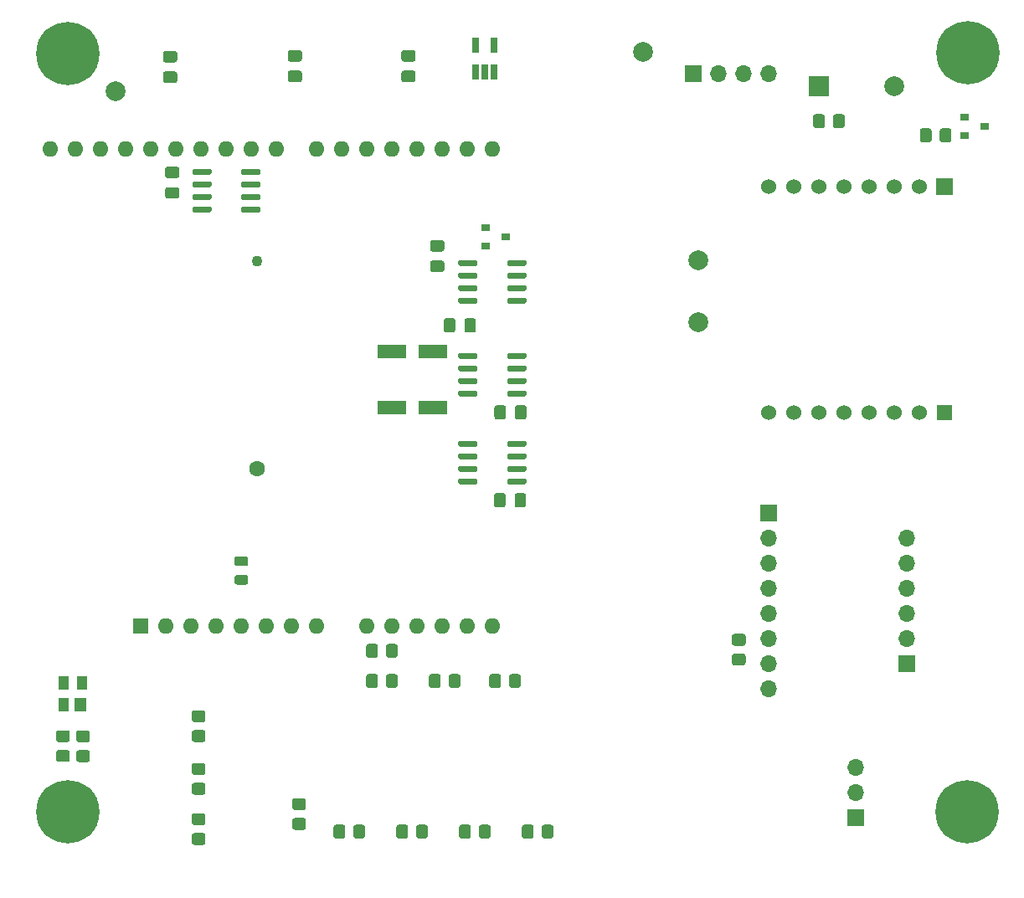
<source format=gbr>
%TF.GenerationSoftware,KiCad,Pcbnew,5.1.12-1.fc34*%
%TF.CreationDate,2022-01-19T22:29:51+01:00*%
%TF.ProjectId,frdm05-devboard,6672646d-3035-42d6-9465-76626f617264,2*%
%TF.SameCoordinates,Original*%
%TF.FileFunction,Soldermask,Bot*%
%TF.FilePolarity,Negative*%
%FSLAX46Y46*%
G04 Gerber Fmt 4.6, Leading zero omitted, Abs format (unit mm)*
G04 Created by KiCad (PCBNEW 5.1.12-1.fc34) date 2022-01-19 22:29:51*
%MOMM*%
%LPD*%
G01*
G04 APERTURE LIST*
%ADD10O,1.600000X1.600000*%
%ADD11R,1.600000X1.600000*%
%ADD12R,1.524000X1.524000*%
%ADD13C,1.524000*%
%ADD14R,1.676400X1.676400*%
%ADD15O,1.700000X1.700000*%
%ADD16R,1.700000X1.700000*%
%ADD17R,2.850000X1.430000*%
%ADD18R,0.650000X1.560000*%
%ADD19C,2.000000*%
%ADD20C,0.800000*%
%ADD21C,6.400000*%
%ADD22R,0.900000X0.800000*%
%ADD23R,1.000000X1.400000*%
%ADD24R,1.200000X1.400000*%
%ADD25C,1.100000*%
%ADD26C,1.600000*%
%ADD27R,2.000000X2.000000*%
G04 APERTURE END LIST*
D10*
%TO.C,A1*%
X148590000Y-73660000D03*
X151130000Y-73660000D03*
X111510000Y-73660000D03*
X151130000Y-121920000D03*
X114050000Y-73660000D03*
X148590000Y-121920000D03*
X116590000Y-73660000D03*
X146050000Y-121920000D03*
X119130000Y-73660000D03*
X143510000Y-121920000D03*
X121670000Y-73660000D03*
X140970000Y-121920000D03*
X124210000Y-73660000D03*
X138430000Y-121920000D03*
X126750000Y-73660000D03*
X133350000Y-121920000D03*
X129290000Y-73660000D03*
X130810000Y-121920000D03*
X133350000Y-73660000D03*
X128270000Y-121920000D03*
X135890000Y-73660000D03*
X125730000Y-121920000D03*
X138430000Y-73660000D03*
X123190000Y-121920000D03*
X140970000Y-73660000D03*
X120650000Y-121920000D03*
X143510000Y-73660000D03*
X118110000Y-121920000D03*
X146050000Y-73660000D03*
D11*
X115570000Y-121920000D03*
D10*
X108970000Y-73660000D03*
X106430000Y-73660000D03*
%TD*%
%TO.C,R19*%
G36*
G01*
X184750000Y-70415999D02*
X184750000Y-71316001D01*
G75*
G02*
X184500001Y-71566000I-249999J0D01*
G01*
X183799999Y-71566000D01*
G75*
G02*
X183550000Y-71316001I0J249999D01*
G01*
X183550000Y-70415999D01*
G75*
G02*
X183799999Y-70166000I249999J0D01*
G01*
X184500001Y-70166000D01*
G75*
G02*
X184750000Y-70415999I0J-249999D01*
G01*
G37*
G36*
G01*
X186750000Y-70415999D02*
X186750000Y-71316001D01*
G75*
G02*
X186500001Y-71566000I-249999J0D01*
G01*
X185799999Y-71566000D01*
G75*
G02*
X185550000Y-71316001I0J249999D01*
G01*
X185550000Y-70415999D01*
G75*
G02*
X185799999Y-70166000I249999J0D01*
G01*
X186500001Y-70166000D01*
G75*
G02*
X186750000Y-70415999I0J-249999D01*
G01*
G37*
%TD*%
%TO.C,F2*%
G36*
G01*
X125273750Y-116782000D02*
X126186250Y-116782000D01*
G75*
G02*
X126430000Y-117025750I0J-243750D01*
G01*
X126430000Y-117513250D01*
G75*
G02*
X126186250Y-117757000I-243750J0D01*
G01*
X125273750Y-117757000D01*
G75*
G02*
X125030000Y-117513250I0J243750D01*
G01*
X125030000Y-117025750D01*
G75*
G02*
X125273750Y-116782000I243750J0D01*
G01*
G37*
G36*
G01*
X125273750Y-114907000D02*
X126186250Y-114907000D01*
G75*
G02*
X126430000Y-115150750I0J-243750D01*
G01*
X126430000Y-115638250D01*
G75*
G02*
X126186250Y-115882000I-243750J0D01*
G01*
X125273750Y-115882000D01*
G75*
G02*
X125030000Y-115638250I0J243750D01*
G01*
X125030000Y-115150750D01*
G75*
G02*
X125273750Y-114907000I243750J0D01*
G01*
G37*
%TD*%
%TO.C,C11*%
G36*
G01*
X153400000Y-100805000D02*
X153400000Y-99855000D01*
G75*
G02*
X153650000Y-99605000I250000J0D01*
G01*
X154325000Y-99605000D01*
G75*
G02*
X154575000Y-99855000I0J-250000D01*
G01*
X154575000Y-100805000D01*
G75*
G02*
X154325000Y-101055000I-250000J0D01*
G01*
X153650000Y-101055000D01*
G75*
G02*
X153400000Y-100805000I0J250000D01*
G01*
G37*
G36*
G01*
X151325000Y-100805000D02*
X151325000Y-99855000D01*
G75*
G02*
X151575000Y-99605000I250000J0D01*
G01*
X152250000Y-99605000D01*
G75*
G02*
X152500000Y-99855000I0J-250000D01*
G01*
X152500000Y-100805000D01*
G75*
G02*
X152250000Y-101055000I-250000J0D01*
G01*
X151575000Y-101055000D01*
G75*
G02*
X151325000Y-100805000I0J250000D01*
G01*
G37*
%TD*%
%TO.C,C10*%
G36*
G01*
X153358000Y-109695000D02*
X153358000Y-108745000D01*
G75*
G02*
X153608000Y-108495000I250000J0D01*
G01*
X154283000Y-108495000D01*
G75*
G02*
X154533000Y-108745000I0J-250000D01*
G01*
X154533000Y-109695000D01*
G75*
G02*
X154283000Y-109945000I-250000J0D01*
G01*
X153608000Y-109945000D01*
G75*
G02*
X153358000Y-109695000I0J250000D01*
G01*
G37*
G36*
G01*
X151283000Y-109695000D02*
X151283000Y-108745000D01*
G75*
G02*
X151533000Y-108495000I250000J0D01*
G01*
X152208000Y-108495000D01*
G75*
G02*
X152458000Y-108745000I0J-250000D01*
G01*
X152458000Y-109695000D01*
G75*
G02*
X152208000Y-109945000I-250000J0D01*
G01*
X151533000Y-109945000D01*
G75*
G02*
X151283000Y-109695000I0J250000D01*
G01*
G37*
%TD*%
%TO.C,C8*%
G36*
G01*
X118270000Y-77539000D02*
X119220000Y-77539000D01*
G75*
G02*
X119470000Y-77789000I0J-250000D01*
G01*
X119470000Y-78464000D01*
G75*
G02*
X119220000Y-78714000I-250000J0D01*
G01*
X118270000Y-78714000D01*
G75*
G02*
X118020000Y-78464000I0J250000D01*
G01*
X118020000Y-77789000D01*
G75*
G02*
X118270000Y-77539000I250000J0D01*
G01*
G37*
G36*
G01*
X118270000Y-75464000D02*
X119220000Y-75464000D01*
G75*
G02*
X119470000Y-75714000I0J-250000D01*
G01*
X119470000Y-76389000D01*
G75*
G02*
X119220000Y-76639000I-250000J0D01*
G01*
X118270000Y-76639000D01*
G75*
G02*
X118020000Y-76389000I0J250000D01*
G01*
X118020000Y-75714000D01*
G75*
G02*
X118270000Y-75464000I250000J0D01*
G01*
G37*
%TD*%
D12*
%TO.C,CON1*%
X196850000Y-100330000D03*
D13*
X194310000Y-100330000D03*
X191770000Y-100330000D03*
X189230000Y-100330000D03*
X186690000Y-100330000D03*
X184150000Y-100330000D03*
X181610000Y-100330000D03*
X179070000Y-100330000D03*
X179070000Y-77470000D03*
X181610000Y-77470000D03*
X184150000Y-77470000D03*
X186690000Y-77470000D03*
X189230000Y-77470000D03*
X191770000Y-77470000D03*
X194310000Y-77470000D03*
D14*
X196850000Y-77470000D03*
%TD*%
D15*
%TO.C,J5*%
X179070000Y-66040000D03*
X176530000Y-66040000D03*
X173990000Y-66040000D03*
D16*
X171450000Y-66040000D03*
%TD*%
D17*
%TO.C,Y1*%
X140927000Y-94213000D03*
X140927000Y-99843000D03*
X145077000Y-99843000D03*
X145077000Y-94213000D03*
%TD*%
%TO.C,U5*%
G36*
G01*
X152630000Y-98575000D02*
X152630000Y-98275000D01*
G75*
G02*
X152780000Y-98125000I150000J0D01*
G01*
X154430000Y-98125000D01*
G75*
G02*
X154580000Y-98275000I0J-150000D01*
G01*
X154580000Y-98575000D01*
G75*
G02*
X154430000Y-98725000I-150000J0D01*
G01*
X152780000Y-98725000D01*
G75*
G02*
X152630000Y-98575000I0J150000D01*
G01*
G37*
G36*
G01*
X152630000Y-97305000D02*
X152630000Y-97005000D01*
G75*
G02*
X152780000Y-96855000I150000J0D01*
G01*
X154430000Y-96855000D01*
G75*
G02*
X154580000Y-97005000I0J-150000D01*
G01*
X154580000Y-97305000D01*
G75*
G02*
X154430000Y-97455000I-150000J0D01*
G01*
X152780000Y-97455000D01*
G75*
G02*
X152630000Y-97305000I0J150000D01*
G01*
G37*
G36*
G01*
X152630000Y-96035000D02*
X152630000Y-95735000D01*
G75*
G02*
X152780000Y-95585000I150000J0D01*
G01*
X154430000Y-95585000D01*
G75*
G02*
X154580000Y-95735000I0J-150000D01*
G01*
X154580000Y-96035000D01*
G75*
G02*
X154430000Y-96185000I-150000J0D01*
G01*
X152780000Y-96185000D01*
G75*
G02*
X152630000Y-96035000I0J150000D01*
G01*
G37*
G36*
G01*
X152630000Y-94765000D02*
X152630000Y-94465000D01*
G75*
G02*
X152780000Y-94315000I150000J0D01*
G01*
X154430000Y-94315000D01*
G75*
G02*
X154580000Y-94465000I0J-150000D01*
G01*
X154580000Y-94765000D01*
G75*
G02*
X154430000Y-94915000I-150000J0D01*
G01*
X152780000Y-94915000D01*
G75*
G02*
X152630000Y-94765000I0J150000D01*
G01*
G37*
G36*
G01*
X147680000Y-94765000D02*
X147680000Y-94465000D01*
G75*
G02*
X147830000Y-94315000I150000J0D01*
G01*
X149480000Y-94315000D01*
G75*
G02*
X149630000Y-94465000I0J-150000D01*
G01*
X149630000Y-94765000D01*
G75*
G02*
X149480000Y-94915000I-150000J0D01*
G01*
X147830000Y-94915000D01*
G75*
G02*
X147680000Y-94765000I0J150000D01*
G01*
G37*
G36*
G01*
X147680000Y-96035000D02*
X147680000Y-95735000D01*
G75*
G02*
X147830000Y-95585000I150000J0D01*
G01*
X149480000Y-95585000D01*
G75*
G02*
X149630000Y-95735000I0J-150000D01*
G01*
X149630000Y-96035000D01*
G75*
G02*
X149480000Y-96185000I-150000J0D01*
G01*
X147830000Y-96185000D01*
G75*
G02*
X147680000Y-96035000I0J150000D01*
G01*
G37*
G36*
G01*
X147680000Y-97305000D02*
X147680000Y-97005000D01*
G75*
G02*
X147830000Y-96855000I150000J0D01*
G01*
X149480000Y-96855000D01*
G75*
G02*
X149630000Y-97005000I0J-150000D01*
G01*
X149630000Y-97305000D01*
G75*
G02*
X149480000Y-97455000I-150000J0D01*
G01*
X147830000Y-97455000D01*
G75*
G02*
X147680000Y-97305000I0J150000D01*
G01*
G37*
G36*
G01*
X147680000Y-98575000D02*
X147680000Y-98275000D01*
G75*
G02*
X147830000Y-98125000I150000J0D01*
G01*
X149480000Y-98125000D01*
G75*
G02*
X149630000Y-98275000I0J-150000D01*
G01*
X149630000Y-98575000D01*
G75*
G02*
X149480000Y-98725000I-150000J0D01*
G01*
X147830000Y-98725000D01*
G75*
G02*
X147680000Y-98575000I0J150000D01*
G01*
G37*
%TD*%
D18*
%TO.C,U6*%
X151318000Y-63166000D03*
X149418000Y-63166000D03*
X149418000Y-65866000D03*
X150368000Y-65866000D03*
X151318000Y-65866000D03*
%TD*%
D19*
%TO.C,TP5*%
X171932600Y-84975700D03*
%TD*%
%TO.C,TP4*%
X171932600Y-91198700D03*
%TD*%
%TO.C,TP3*%
X166395400Y-63881000D03*
%TD*%
%TO.C,TP2*%
X113030000Y-67818000D03*
%TD*%
D15*
%TO.C,J3*%
X192989200Y-113030000D03*
X192989200Y-115570000D03*
X192989200Y-118110000D03*
X192989200Y-120650000D03*
X192989200Y-123190000D03*
D16*
X192989200Y-125730000D03*
%TD*%
D20*
%TO.C,H4*%
X109926456Y-139018944D03*
X108229400Y-138316000D03*
X106532344Y-139018944D03*
X105829400Y-140716000D03*
X106532344Y-142413056D03*
X108229400Y-143116000D03*
X109926456Y-142413056D03*
X110629400Y-140716000D03*
D21*
X108229400Y-140716000D03*
%TD*%
D20*
%TO.C,H3*%
X200833356Y-139018944D03*
X199136300Y-138316000D03*
X197439244Y-139018944D03*
X196736300Y-140716000D03*
X197439244Y-142413056D03*
X199136300Y-143116000D03*
X200833356Y-142413056D03*
X201536300Y-140716000D03*
D21*
X199136300Y-140716000D03*
%TD*%
D20*
%TO.C,H2*%
X109901056Y-62310944D03*
X108204000Y-61608000D03*
X106506944Y-62310944D03*
X105804000Y-64008000D03*
X106506944Y-65705056D03*
X108204000Y-66408000D03*
X109901056Y-65705056D03*
X110604000Y-64008000D03*
D21*
X108204000Y-64008000D03*
%TD*%
D20*
%TO.C,H1*%
X200909256Y-62260144D03*
X199212200Y-61557200D03*
X197515144Y-62260144D03*
X196812200Y-63957200D03*
X197515144Y-65654256D03*
X199212200Y-66357200D03*
X200909256Y-65654256D03*
X201612200Y-63957200D03*
D21*
X199212200Y-63957200D03*
%TD*%
%TO.C,U4*%
G36*
G01*
X152630000Y-107465000D02*
X152630000Y-107165000D01*
G75*
G02*
X152780000Y-107015000I150000J0D01*
G01*
X154430000Y-107015000D01*
G75*
G02*
X154580000Y-107165000I0J-150000D01*
G01*
X154580000Y-107465000D01*
G75*
G02*
X154430000Y-107615000I-150000J0D01*
G01*
X152780000Y-107615000D01*
G75*
G02*
X152630000Y-107465000I0J150000D01*
G01*
G37*
G36*
G01*
X152630000Y-106195000D02*
X152630000Y-105895000D01*
G75*
G02*
X152780000Y-105745000I150000J0D01*
G01*
X154430000Y-105745000D01*
G75*
G02*
X154580000Y-105895000I0J-150000D01*
G01*
X154580000Y-106195000D01*
G75*
G02*
X154430000Y-106345000I-150000J0D01*
G01*
X152780000Y-106345000D01*
G75*
G02*
X152630000Y-106195000I0J150000D01*
G01*
G37*
G36*
G01*
X152630000Y-104925000D02*
X152630000Y-104625000D01*
G75*
G02*
X152780000Y-104475000I150000J0D01*
G01*
X154430000Y-104475000D01*
G75*
G02*
X154580000Y-104625000I0J-150000D01*
G01*
X154580000Y-104925000D01*
G75*
G02*
X154430000Y-105075000I-150000J0D01*
G01*
X152780000Y-105075000D01*
G75*
G02*
X152630000Y-104925000I0J150000D01*
G01*
G37*
G36*
G01*
X152630000Y-103655000D02*
X152630000Y-103355000D01*
G75*
G02*
X152780000Y-103205000I150000J0D01*
G01*
X154430000Y-103205000D01*
G75*
G02*
X154580000Y-103355000I0J-150000D01*
G01*
X154580000Y-103655000D01*
G75*
G02*
X154430000Y-103805000I-150000J0D01*
G01*
X152780000Y-103805000D01*
G75*
G02*
X152630000Y-103655000I0J150000D01*
G01*
G37*
G36*
G01*
X147680000Y-103655000D02*
X147680000Y-103355000D01*
G75*
G02*
X147830000Y-103205000I150000J0D01*
G01*
X149480000Y-103205000D01*
G75*
G02*
X149630000Y-103355000I0J-150000D01*
G01*
X149630000Y-103655000D01*
G75*
G02*
X149480000Y-103805000I-150000J0D01*
G01*
X147830000Y-103805000D01*
G75*
G02*
X147680000Y-103655000I0J150000D01*
G01*
G37*
G36*
G01*
X147680000Y-104925000D02*
X147680000Y-104625000D01*
G75*
G02*
X147830000Y-104475000I150000J0D01*
G01*
X149480000Y-104475000D01*
G75*
G02*
X149630000Y-104625000I0J-150000D01*
G01*
X149630000Y-104925000D01*
G75*
G02*
X149480000Y-105075000I-150000J0D01*
G01*
X147830000Y-105075000D01*
G75*
G02*
X147680000Y-104925000I0J150000D01*
G01*
G37*
G36*
G01*
X147680000Y-106195000D02*
X147680000Y-105895000D01*
G75*
G02*
X147830000Y-105745000I150000J0D01*
G01*
X149480000Y-105745000D01*
G75*
G02*
X149630000Y-105895000I0J-150000D01*
G01*
X149630000Y-106195000D01*
G75*
G02*
X149480000Y-106345000I-150000J0D01*
G01*
X147830000Y-106345000D01*
G75*
G02*
X147680000Y-106195000I0J150000D01*
G01*
G37*
G36*
G01*
X147680000Y-107465000D02*
X147680000Y-107165000D01*
G75*
G02*
X147830000Y-107015000I150000J0D01*
G01*
X149480000Y-107015000D01*
G75*
G02*
X149630000Y-107165000I0J-150000D01*
G01*
X149630000Y-107465000D01*
G75*
G02*
X149480000Y-107615000I-150000J0D01*
G01*
X147830000Y-107615000D01*
G75*
G02*
X147680000Y-107465000I0J150000D01*
G01*
G37*
%TD*%
%TO.C,U2*%
G36*
G01*
X152630000Y-89177000D02*
X152630000Y-88877000D01*
G75*
G02*
X152780000Y-88727000I150000J0D01*
G01*
X154430000Y-88727000D01*
G75*
G02*
X154580000Y-88877000I0J-150000D01*
G01*
X154580000Y-89177000D01*
G75*
G02*
X154430000Y-89327000I-150000J0D01*
G01*
X152780000Y-89327000D01*
G75*
G02*
X152630000Y-89177000I0J150000D01*
G01*
G37*
G36*
G01*
X152630000Y-87907000D02*
X152630000Y-87607000D01*
G75*
G02*
X152780000Y-87457000I150000J0D01*
G01*
X154430000Y-87457000D01*
G75*
G02*
X154580000Y-87607000I0J-150000D01*
G01*
X154580000Y-87907000D01*
G75*
G02*
X154430000Y-88057000I-150000J0D01*
G01*
X152780000Y-88057000D01*
G75*
G02*
X152630000Y-87907000I0J150000D01*
G01*
G37*
G36*
G01*
X152630000Y-86637000D02*
X152630000Y-86337000D01*
G75*
G02*
X152780000Y-86187000I150000J0D01*
G01*
X154430000Y-86187000D01*
G75*
G02*
X154580000Y-86337000I0J-150000D01*
G01*
X154580000Y-86637000D01*
G75*
G02*
X154430000Y-86787000I-150000J0D01*
G01*
X152780000Y-86787000D01*
G75*
G02*
X152630000Y-86637000I0J150000D01*
G01*
G37*
G36*
G01*
X152630000Y-85367000D02*
X152630000Y-85067000D01*
G75*
G02*
X152780000Y-84917000I150000J0D01*
G01*
X154430000Y-84917000D01*
G75*
G02*
X154580000Y-85067000I0J-150000D01*
G01*
X154580000Y-85367000D01*
G75*
G02*
X154430000Y-85517000I-150000J0D01*
G01*
X152780000Y-85517000D01*
G75*
G02*
X152630000Y-85367000I0J150000D01*
G01*
G37*
G36*
G01*
X147680000Y-85367000D02*
X147680000Y-85067000D01*
G75*
G02*
X147830000Y-84917000I150000J0D01*
G01*
X149480000Y-84917000D01*
G75*
G02*
X149630000Y-85067000I0J-150000D01*
G01*
X149630000Y-85367000D01*
G75*
G02*
X149480000Y-85517000I-150000J0D01*
G01*
X147830000Y-85517000D01*
G75*
G02*
X147680000Y-85367000I0J150000D01*
G01*
G37*
G36*
G01*
X147680000Y-86637000D02*
X147680000Y-86337000D01*
G75*
G02*
X147830000Y-86187000I150000J0D01*
G01*
X149480000Y-86187000D01*
G75*
G02*
X149630000Y-86337000I0J-150000D01*
G01*
X149630000Y-86637000D01*
G75*
G02*
X149480000Y-86787000I-150000J0D01*
G01*
X147830000Y-86787000D01*
G75*
G02*
X147680000Y-86637000I0J150000D01*
G01*
G37*
G36*
G01*
X147680000Y-87907000D02*
X147680000Y-87607000D01*
G75*
G02*
X147830000Y-87457000I150000J0D01*
G01*
X149480000Y-87457000D01*
G75*
G02*
X149630000Y-87607000I0J-150000D01*
G01*
X149630000Y-87907000D01*
G75*
G02*
X149480000Y-88057000I-150000J0D01*
G01*
X147830000Y-88057000D01*
G75*
G02*
X147680000Y-87907000I0J150000D01*
G01*
G37*
G36*
G01*
X147680000Y-89177000D02*
X147680000Y-88877000D01*
G75*
G02*
X147830000Y-88727000I150000J0D01*
G01*
X149480000Y-88727000D01*
G75*
G02*
X149630000Y-88877000I0J-150000D01*
G01*
X149630000Y-89177000D01*
G75*
G02*
X149480000Y-89327000I-150000J0D01*
G01*
X147830000Y-89327000D01*
G75*
G02*
X147680000Y-89177000I0J150000D01*
G01*
G37*
%TD*%
%TO.C,U1*%
G36*
G01*
X122718700Y-75846800D02*
X122718700Y-76146800D01*
G75*
G02*
X122568700Y-76296800I-150000J0D01*
G01*
X120918700Y-76296800D01*
G75*
G02*
X120768700Y-76146800I0J150000D01*
G01*
X120768700Y-75846800D01*
G75*
G02*
X120918700Y-75696800I150000J0D01*
G01*
X122568700Y-75696800D01*
G75*
G02*
X122718700Y-75846800I0J-150000D01*
G01*
G37*
G36*
G01*
X122718700Y-77116800D02*
X122718700Y-77416800D01*
G75*
G02*
X122568700Y-77566800I-150000J0D01*
G01*
X120918700Y-77566800D01*
G75*
G02*
X120768700Y-77416800I0J150000D01*
G01*
X120768700Y-77116800D01*
G75*
G02*
X120918700Y-76966800I150000J0D01*
G01*
X122568700Y-76966800D01*
G75*
G02*
X122718700Y-77116800I0J-150000D01*
G01*
G37*
G36*
G01*
X122718700Y-78386800D02*
X122718700Y-78686800D01*
G75*
G02*
X122568700Y-78836800I-150000J0D01*
G01*
X120918700Y-78836800D01*
G75*
G02*
X120768700Y-78686800I0J150000D01*
G01*
X120768700Y-78386800D01*
G75*
G02*
X120918700Y-78236800I150000J0D01*
G01*
X122568700Y-78236800D01*
G75*
G02*
X122718700Y-78386800I0J-150000D01*
G01*
G37*
G36*
G01*
X122718700Y-79656800D02*
X122718700Y-79956800D01*
G75*
G02*
X122568700Y-80106800I-150000J0D01*
G01*
X120918700Y-80106800D01*
G75*
G02*
X120768700Y-79956800I0J150000D01*
G01*
X120768700Y-79656800D01*
G75*
G02*
X120918700Y-79506800I150000J0D01*
G01*
X122568700Y-79506800D01*
G75*
G02*
X122718700Y-79656800I0J-150000D01*
G01*
G37*
G36*
G01*
X127668700Y-79656800D02*
X127668700Y-79956800D01*
G75*
G02*
X127518700Y-80106800I-150000J0D01*
G01*
X125868700Y-80106800D01*
G75*
G02*
X125718700Y-79956800I0J150000D01*
G01*
X125718700Y-79656800D01*
G75*
G02*
X125868700Y-79506800I150000J0D01*
G01*
X127518700Y-79506800D01*
G75*
G02*
X127668700Y-79656800I0J-150000D01*
G01*
G37*
G36*
G01*
X127668700Y-78386800D02*
X127668700Y-78686800D01*
G75*
G02*
X127518700Y-78836800I-150000J0D01*
G01*
X125868700Y-78836800D01*
G75*
G02*
X125718700Y-78686800I0J150000D01*
G01*
X125718700Y-78386800D01*
G75*
G02*
X125868700Y-78236800I150000J0D01*
G01*
X127518700Y-78236800D01*
G75*
G02*
X127668700Y-78386800I0J-150000D01*
G01*
G37*
G36*
G01*
X127668700Y-77116800D02*
X127668700Y-77416800D01*
G75*
G02*
X127518700Y-77566800I-150000J0D01*
G01*
X125868700Y-77566800D01*
G75*
G02*
X125718700Y-77416800I0J150000D01*
G01*
X125718700Y-77116800D01*
G75*
G02*
X125868700Y-76966800I150000J0D01*
G01*
X127518700Y-76966800D01*
G75*
G02*
X127668700Y-77116800I0J-150000D01*
G01*
G37*
G36*
G01*
X127668700Y-75846800D02*
X127668700Y-76146800D01*
G75*
G02*
X127518700Y-76296800I-150000J0D01*
G01*
X125868700Y-76296800D01*
G75*
G02*
X125718700Y-76146800I0J150000D01*
G01*
X125718700Y-75846800D01*
G75*
G02*
X125868700Y-75696800I150000J0D01*
G01*
X127518700Y-75696800D01*
G75*
G02*
X127668700Y-75846800I0J-150000D01*
G01*
G37*
%TD*%
%TO.C,R18*%
G36*
G01*
X176484701Y-123933000D02*
X175584699Y-123933000D01*
G75*
G02*
X175334700Y-123683001I0J249999D01*
G01*
X175334700Y-122982999D01*
G75*
G02*
X175584699Y-122733000I249999J0D01*
G01*
X176484701Y-122733000D01*
G75*
G02*
X176734700Y-122982999I0J-249999D01*
G01*
X176734700Y-123683001D01*
G75*
G02*
X176484701Y-123933000I-249999J0D01*
G01*
G37*
G36*
G01*
X176484701Y-125933000D02*
X175584699Y-125933000D01*
G75*
G02*
X175334700Y-125683001I0J249999D01*
G01*
X175334700Y-124982999D01*
G75*
G02*
X175584699Y-124733000I249999J0D01*
G01*
X176484701Y-124733000D01*
G75*
G02*
X176734700Y-124982999I0J-249999D01*
G01*
X176734700Y-125683001D01*
G75*
G02*
X176484701Y-125933000I-249999J0D01*
G01*
G37*
%TD*%
%TO.C,R15*%
G36*
G01*
X195548300Y-71851099D02*
X195548300Y-72751101D01*
G75*
G02*
X195298301Y-73001100I-249999J0D01*
G01*
X194598299Y-73001100D01*
G75*
G02*
X194348300Y-72751101I0J249999D01*
G01*
X194348300Y-71851099D01*
G75*
G02*
X194598299Y-71601100I249999J0D01*
G01*
X195298301Y-71601100D01*
G75*
G02*
X195548300Y-71851099I0J-249999D01*
G01*
G37*
G36*
G01*
X197548300Y-71851099D02*
X197548300Y-72751101D01*
G75*
G02*
X197298301Y-73001100I-249999J0D01*
G01*
X196598299Y-73001100D01*
G75*
G02*
X196348300Y-72751101I0J249999D01*
G01*
X196348300Y-71851099D01*
G75*
G02*
X196598299Y-71601100I249999J0D01*
G01*
X197298301Y-71601100D01*
G75*
G02*
X197548300Y-71851099I0J-249999D01*
G01*
G37*
%TD*%
%TO.C,R14*%
G36*
G01*
X139554000Y-124009999D02*
X139554000Y-124910001D01*
G75*
G02*
X139304001Y-125160000I-249999J0D01*
G01*
X138603999Y-125160000D01*
G75*
G02*
X138354000Y-124910001I0J249999D01*
G01*
X138354000Y-124009999D01*
G75*
G02*
X138603999Y-123760000I249999J0D01*
G01*
X139304001Y-123760000D01*
G75*
G02*
X139554000Y-124009999I0J-249999D01*
G01*
G37*
G36*
G01*
X141554000Y-124009999D02*
X141554000Y-124910001D01*
G75*
G02*
X141304001Y-125160000I-249999J0D01*
G01*
X140603999Y-125160000D01*
G75*
G02*
X140354000Y-124910001I0J249999D01*
G01*
X140354000Y-124009999D01*
G75*
G02*
X140603999Y-123760000I249999J0D01*
G01*
X141304001Y-123760000D01*
G75*
G02*
X141554000Y-124009999I0J-249999D01*
G01*
G37*
%TD*%
%TO.C,R13*%
G36*
G01*
X155302000Y-142297999D02*
X155302000Y-143198001D01*
G75*
G02*
X155052001Y-143448000I-249999J0D01*
G01*
X154351999Y-143448000D01*
G75*
G02*
X154102000Y-143198001I0J249999D01*
G01*
X154102000Y-142297999D01*
G75*
G02*
X154351999Y-142048000I249999J0D01*
G01*
X155052001Y-142048000D01*
G75*
G02*
X155302000Y-142297999I0J-249999D01*
G01*
G37*
G36*
G01*
X157302000Y-142297999D02*
X157302000Y-143198001D01*
G75*
G02*
X157052001Y-143448000I-249999J0D01*
G01*
X156351999Y-143448000D01*
G75*
G02*
X156102000Y-143198001I0J249999D01*
G01*
X156102000Y-142297999D01*
G75*
G02*
X156351999Y-142048000I249999J0D01*
G01*
X157052001Y-142048000D01*
G75*
G02*
X157302000Y-142297999I0J-249999D01*
G01*
G37*
%TD*%
%TO.C,R12*%
G36*
G01*
X148952000Y-142297999D02*
X148952000Y-143198001D01*
G75*
G02*
X148702001Y-143448000I-249999J0D01*
G01*
X148001999Y-143448000D01*
G75*
G02*
X147752000Y-143198001I0J249999D01*
G01*
X147752000Y-142297999D01*
G75*
G02*
X148001999Y-142048000I249999J0D01*
G01*
X148702001Y-142048000D01*
G75*
G02*
X148952000Y-142297999I0J-249999D01*
G01*
G37*
G36*
G01*
X150952000Y-142297999D02*
X150952000Y-143198001D01*
G75*
G02*
X150702001Y-143448000I-249999J0D01*
G01*
X150001999Y-143448000D01*
G75*
G02*
X149752000Y-143198001I0J249999D01*
G01*
X149752000Y-142297999D01*
G75*
G02*
X150001999Y-142048000I249999J0D01*
G01*
X150702001Y-142048000D01*
G75*
G02*
X150952000Y-142297999I0J-249999D01*
G01*
G37*
%TD*%
%TO.C,R11*%
G36*
G01*
X142602000Y-142297999D02*
X142602000Y-143198001D01*
G75*
G02*
X142352001Y-143448000I-249999J0D01*
G01*
X141651999Y-143448000D01*
G75*
G02*
X141402000Y-143198001I0J249999D01*
G01*
X141402000Y-142297999D01*
G75*
G02*
X141651999Y-142048000I249999J0D01*
G01*
X142352001Y-142048000D01*
G75*
G02*
X142602000Y-142297999I0J-249999D01*
G01*
G37*
G36*
G01*
X144602000Y-142297999D02*
X144602000Y-143198001D01*
G75*
G02*
X144352001Y-143448000I-249999J0D01*
G01*
X143651999Y-143448000D01*
G75*
G02*
X143402000Y-143198001I0J249999D01*
G01*
X143402000Y-142297999D01*
G75*
G02*
X143651999Y-142048000I249999J0D01*
G01*
X144352001Y-142048000D01*
G75*
G02*
X144602000Y-142297999I0J-249999D01*
G01*
G37*
%TD*%
%TO.C,R10*%
G36*
G01*
X136252000Y-142297999D02*
X136252000Y-143198001D01*
G75*
G02*
X136002001Y-143448000I-249999J0D01*
G01*
X135301999Y-143448000D01*
G75*
G02*
X135052000Y-143198001I0J249999D01*
G01*
X135052000Y-142297999D01*
G75*
G02*
X135301999Y-142048000I249999J0D01*
G01*
X136002001Y-142048000D01*
G75*
G02*
X136252000Y-142297999I0J-249999D01*
G01*
G37*
G36*
G01*
X138252000Y-142297999D02*
X138252000Y-143198001D01*
G75*
G02*
X138002001Y-143448000I-249999J0D01*
G01*
X137301999Y-143448000D01*
G75*
G02*
X137052000Y-143198001I0J249999D01*
G01*
X137052000Y-142297999D01*
G75*
G02*
X137301999Y-142048000I249999J0D01*
G01*
X138002001Y-142048000D01*
G75*
G02*
X138252000Y-142297999I0J-249999D01*
G01*
G37*
%TD*%
%TO.C,R9*%
G36*
G01*
X132022001Y-140570000D02*
X131121999Y-140570000D01*
G75*
G02*
X130872000Y-140320001I0J249999D01*
G01*
X130872000Y-139619999D01*
G75*
G02*
X131121999Y-139370000I249999J0D01*
G01*
X132022001Y-139370000D01*
G75*
G02*
X132272000Y-139619999I0J-249999D01*
G01*
X132272000Y-140320001D01*
G75*
G02*
X132022001Y-140570000I-249999J0D01*
G01*
G37*
G36*
G01*
X132022001Y-142570000D02*
X131121999Y-142570000D01*
G75*
G02*
X130872000Y-142320001I0J249999D01*
G01*
X130872000Y-141619999D01*
G75*
G02*
X131121999Y-141370000I249999J0D01*
G01*
X132022001Y-141370000D01*
G75*
G02*
X132272000Y-141619999I0J-249999D01*
G01*
X132272000Y-142320001D01*
G75*
G02*
X132022001Y-142570000I-249999J0D01*
G01*
G37*
%TD*%
%TO.C,R8*%
G36*
G01*
X152000000Y-127057999D02*
X152000000Y-127958001D01*
G75*
G02*
X151750001Y-128208000I-249999J0D01*
G01*
X151049999Y-128208000D01*
G75*
G02*
X150800000Y-127958001I0J249999D01*
G01*
X150800000Y-127057999D01*
G75*
G02*
X151049999Y-126808000I249999J0D01*
G01*
X151750001Y-126808000D01*
G75*
G02*
X152000000Y-127057999I0J-249999D01*
G01*
G37*
G36*
G01*
X154000000Y-127057999D02*
X154000000Y-127958001D01*
G75*
G02*
X153750001Y-128208000I-249999J0D01*
G01*
X153049999Y-128208000D01*
G75*
G02*
X152800000Y-127958001I0J249999D01*
G01*
X152800000Y-127057999D01*
G75*
G02*
X153049999Y-126808000I249999J0D01*
G01*
X153750001Y-126808000D01*
G75*
G02*
X154000000Y-127057999I0J-249999D01*
G01*
G37*
%TD*%
%TO.C,R7*%
G36*
G01*
X145904000Y-127057999D02*
X145904000Y-127958001D01*
G75*
G02*
X145654001Y-128208000I-249999J0D01*
G01*
X144953999Y-128208000D01*
G75*
G02*
X144704000Y-127958001I0J249999D01*
G01*
X144704000Y-127057999D01*
G75*
G02*
X144953999Y-126808000I249999J0D01*
G01*
X145654001Y-126808000D01*
G75*
G02*
X145904000Y-127057999I0J-249999D01*
G01*
G37*
G36*
G01*
X147904000Y-127057999D02*
X147904000Y-127958001D01*
G75*
G02*
X147654001Y-128208000I-249999J0D01*
G01*
X146953999Y-128208000D01*
G75*
G02*
X146704000Y-127958001I0J249999D01*
G01*
X146704000Y-127057999D01*
G75*
G02*
X146953999Y-126808000I249999J0D01*
G01*
X147654001Y-126808000D01*
G75*
G02*
X147904000Y-127057999I0J-249999D01*
G01*
G37*
%TD*%
%TO.C,R6*%
G36*
G01*
X139554000Y-127057999D02*
X139554000Y-127958001D01*
G75*
G02*
X139304001Y-128208000I-249999J0D01*
G01*
X138603999Y-128208000D01*
G75*
G02*
X138354000Y-127958001I0J249999D01*
G01*
X138354000Y-127057999D01*
G75*
G02*
X138603999Y-126808000I249999J0D01*
G01*
X139304001Y-126808000D01*
G75*
G02*
X139554000Y-127057999I0J-249999D01*
G01*
G37*
G36*
G01*
X141554000Y-127057999D02*
X141554000Y-127958001D01*
G75*
G02*
X141304001Y-128208000I-249999J0D01*
G01*
X140603999Y-128208000D01*
G75*
G02*
X140354000Y-127958001I0J249999D01*
G01*
X140354000Y-127057999D01*
G75*
G02*
X140603999Y-126808000I249999J0D01*
G01*
X141304001Y-126808000D01*
G75*
G02*
X141554000Y-127057999I0J-249999D01*
G01*
G37*
%TD*%
%TO.C,R5*%
G36*
G01*
X108146001Y-133696000D02*
X107245999Y-133696000D01*
G75*
G02*
X106996000Y-133446001I0J249999D01*
G01*
X106996000Y-132745999D01*
G75*
G02*
X107245999Y-132496000I249999J0D01*
G01*
X108146001Y-132496000D01*
G75*
G02*
X108396000Y-132745999I0J-249999D01*
G01*
X108396000Y-133446001D01*
G75*
G02*
X108146001Y-133696000I-249999J0D01*
G01*
G37*
G36*
G01*
X108146001Y-135696000D02*
X107245999Y-135696000D01*
G75*
G02*
X106996000Y-135446001I0J249999D01*
G01*
X106996000Y-134745999D01*
G75*
G02*
X107245999Y-134496000I249999J0D01*
G01*
X108146001Y-134496000D01*
G75*
G02*
X108396000Y-134745999I0J-249999D01*
G01*
X108396000Y-135446001D01*
G75*
G02*
X108146001Y-135696000I-249999J0D01*
G01*
G37*
%TD*%
%TO.C,R4*%
G36*
G01*
X109277999Y-134512000D02*
X110178001Y-134512000D01*
G75*
G02*
X110428000Y-134761999I0J-249999D01*
G01*
X110428000Y-135462001D01*
G75*
G02*
X110178001Y-135712000I-249999J0D01*
G01*
X109277999Y-135712000D01*
G75*
G02*
X109028000Y-135462001I0J249999D01*
G01*
X109028000Y-134761999D01*
G75*
G02*
X109277999Y-134512000I249999J0D01*
G01*
G37*
G36*
G01*
X109277999Y-132512000D02*
X110178001Y-132512000D01*
G75*
G02*
X110428000Y-132761999I0J-249999D01*
G01*
X110428000Y-133462001D01*
G75*
G02*
X110178001Y-133712000I-249999J0D01*
G01*
X109277999Y-133712000D01*
G75*
G02*
X109028000Y-133462001I0J249999D01*
G01*
X109028000Y-132761999D01*
G75*
G02*
X109277999Y-132512000I249999J0D01*
G01*
G37*
%TD*%
%TO.C,R3*%
G36*
G01*
X121862001Y-142094000D02*
X120961999Y-142094000D01*
G75*
G02*
X120712000Y-141844001I0J249999D01*
G01*
X120712000Y-141143999D01*
G75*
G02*
X120961999Y-140894000I249999J0D01*
G01*
X121862001Y-140894000D01*
G75*
G02*
X122112000Y-141143999I0J-249999D01*
G01*
X122112000Y-141844001D01*
G75*
G02*
X121862001Y-142094000I-249999J0D01*
G01*
G37*
G36*
G01*
X121862001Y-144094000D02*
X120961999Y-144094000D01*
G75*
G02*
X120712000Y-143844001I0J249999D01*
G01*
X120712000Y-143143999D01*
G75*
G02*
X120961999Y-142894000I249999J0D01*
G01*
X121862001Y-142894000D01*
G75*
G02*
X122112000Y-143143999I0J-249999D01*
G01*
X122112000Y-143844001D01*
G75*
G02*
X121862001Y-144094000I-249999J0D01*
G01*
G37*
%TD*%
%TO.C,R2*%
G36*
G01*
X121862001Y-137014000D02*
X120961999Y-137014000D01*
G75*
G02*
X120712000Y-136764001I0J249999D01*
G01*
X120712000Y-136063999D01*
G75*
G02*
X120961999Y-135814000I249999J0D01*
G01*
X121862001Y-135814000D01*
G75*
G02*
X122112000Y-136063999I0J-249999D01*
G01*
X122112000Y-136764001D01*
G75*
G02*
X121862001Y-137014000I-249999J0D01*
G01*
G37*
G36*
G01*
X121862001Y-139014000D02*
X120961999Y-139014000D01*
G75*
G02*
X120712000Y-138764001I0J249999D01*
G01*
X120712000Y-138063999D01*
G75*
G02*
X120961999Y-137814000I249999J0D01*
G01*
X121862001Y-137814000D01*
G75*
G02*
X122112000Y-138063999I0J-249999D01*
G01*
X122112000Y-138764001D01*
G75*
G02*
X121862001Y-139014000I-249999J0D01*
G01*
G37*
%TD*%
%TO.C,R1*%
G36*
G01*
X121862001Y-131680000D02*
X120961999Y-131680000D01*
G75*
G02*
X120712000Y-131430001I0J249999D01*
G01*
X120712000Y-130729999D01*
G75*
G02*
X120961999Y-130480000I249999J0D01*
G01*
X121862001Y-130480000D01*
G75*
G02*
X122112000Y-130729999I0J-249999D01*
G01*
X122112000Y-131430001D01*
G75*
G02*
X121862001Y-131680000I-249999J0D01*
G01*
G37*
G36*
G01*
X121862001Y-133680000D02*
X120961999Y-133680000D01*
G75*
G02*
X120712000Y-133430001I0J249999D01*
G01*
X120712000Y-132729999D01*
G75*
G02*
X120961999Y-132480000I249999J0D01*
G01*
X121862001Y-132480000D01*
G75*
G02*
X122112000Y-132729999I0J-249999D01*
G01*
X122112000Y-133430001D01*
G75*
G02*
X121862001Y-133680000I-249999J0D01*
G01*
G37*
%TD*%
D22*
%TO.C,Q2*%
X200898000Y-71374000D03*
X198898000Y-70424000D03*
X198898000Y-72324000D03*
%TD*%
D23*
%TO.C,Q1*%
X109662000Y-127678000D03*
X107762000Y-127678000D03*
X107762000Y-129878000D03*
D24*
X109482000Y-129878000D03*
%TD*%
D15*
%TO.C,LCD1*%
X179070000Y-128270000D03*
X179070000Y-125730000D03*
X179070000Y-123190000D03*
X179070000Y-120650000D03*
X179070000Y-118110000D03*
X179070000Y-115570000D03*
X179070000Y-113030000D03*
D16*
X179070000Y-110490000D03*
%TD*%
D15*
%TO.C,J4*%
X187858400Y-136220200D03*
X187858400Y-138760200D03*
D16*
X187858400Y-141300200D03*
%TD*%
D25*
%TO.C,J1*%
X127285000Y-85020000D03*
D26*
X127285000Y-106020000D03*
%TD*%
D22*
%TO.C,D4*%
X152460200Y-82550000D03*
X150460200Y-81600000D03*
X150460200Y-83500000D03*
%TD*%
%TO.C,C5*%
G36*
G01*
X118054100Y-65842300D02*
X119004100Y-65842300D01*
G75*
G02*
X119254100Y-66092300I0J-250000D01*
G01*
X119254100Y-66767300D01*
G75*
G02*
X119004100Y-67017300I-250000J0D01*
G01*
X118054100Y-67017300D01*
G75*
G02*
X117804100Y-66767300I0J250000D01*
G01*
X117804100Y-66092300D01*
G75*
G02*
X118054100Y-65842300I250000J0D01*
G01*
G37*
G36*
G01*
X118054100Y-63767300D02*
X119004100Y-63767300D01*
G75*
G02*
X119254100Y-64017300I0J-250000D01*
G01*
X119254100Y-64692300D01*
G75*
G02*
X119004100Y-64942300I-250000J0D01*
G01*
X118054100Y-64942300D01*
G75*
G02*
X117804100Y-64692300I0J250000D01*
G01*
X117804100Y-64017300D01*
G75*
G02*
X118054100Y-63767300I250000J0D01*
G01*
G37*
%TD*%
%TO.C,C4*%
G36*
G01*
X130677900Y-65753400D02*
X131627900Y-65753400D01*
G75*
G02*
X131877900Y-66003400I0J-250000D01*
G01*
X131877900Y-66678400D01*
G75*
G02*
X131627900Y-66928400I-250000J0D01*
G01*
X130677900Y-66928400D01*
G75*
G02*
X130427900Y-66678400I0J250000D01*
G01*
X130427900Y-66003400D01*
G75*
G02*
X130677900Y-65753400I250000J0D01*
G01*
G37*
G36*
G01*
X130677900Y-63678400D02*
X131627900Y-63678400D01*
G75*
G02*
X131877900Y-63928400I0J-250000D01*
G01*
X131877900Y-64603400D01*
G75*
G02*
X131627900Y-64853400I-250000J0D01*
G01*
X130677900Y-64853400D01*
G75*
G02*
X130427900Y-64603400I0J250000D01*
G01*
X130427900Y-63928400D01*
G75*
G02*
X130677900Y-63678400I250000J0D01*
G01*
G37*
%TD*%
%TO.C,C3*%
G36*
G01*
X142158700Y-65753400D02*
X143108700Y-65753400D01*
G75*
G02*
X143358700Y-66003400I0J-250000D01*
G01*
X143358700Y-66678400D01*
G75*
G02*
X143108700Y-66928400I-250000J0D01*
G01*
X142158700Y-66928400D01*
G75*
G02*
X141908700Y-66678400I0J250000D01*
G01*
X141908700Y-66003400D01*
G75*
G02*
X142158700Y-65753400I250000J0D01*
G01*
G37*
G36*
G01*
X142158700Y-63678400D02*
X143108700Y-63678400D01*
G75*
G02*
X143358700Y-63928400I0J-250000D01*
G01*
X143358700Y-64603400D01*
G75*
G02*
X143108700Y-64853400I-250000J0D01*
G01*
X142158700Y-64853400D01*
G75*
G02*
X141908700Y-64603400I0J250000D01*
G01*
X141908700Y-63928400D01*
G75*
G02*
X142158700Y-63678400I250000J0D01*
G01*
G37*
%TD*%
%TO.C,C2*%
G36*
G01*
X145067000Y-84968500D02*
X146017000Y-84968500D01*
G75*
G02*
X146267000Y-85218500I0J-250000D01*
G01*
X146267000Y-85893500D01*
G75*
G02*
X146017000Y-86143500I-250000J0D01*
G01*
X145067000Y-86143500D01*
G75*
G02*
X144817000Y-85893500I0J250000D01*
G01*
X144817000Y-85218500D01*
G75*
G02*
X145067000Y-84968500I250000J0D01*
G01*
G37*
G36*
G01*
X145067000Y-82893500D02*
X146017000Y-82893500D01*
G75*
G02*
X146267000Y-83143500I0J-250000D01*
G01*
X146267000Y-83818500D01*
G75*
G02*
X146017000Y-84068500I-250000J0D01*
G01*
X145067000Y-84068500D01*
G75*
G02*
X144817000Y-83818500I0J250000D01*
G01*
X144817000Y-83143500D01*
G75*
G02*
X145067000Y-82893500I250000J0D01*
G01*
G37*
%TD*%
%TO.C,C1*%
G36*
G01*
X147378000Y-91053900D02*
X147378000Y-92003900D01*
G75*
G02*
X147128000Y-92253900I-250000J0D01*
G01*
X146453000Y-92253900D01*
G75*
G02*
X146203000Y-92003900I0J250000D01*
G01*
X146203000Y-91053900D01*
G75*
G02*
X146453000Y-90803900I250000J0D01*
G01*
X147128000Y-90803900D01*
G75*
G02*
X147378000Y-91053900I0J-250000D01*
G01*
G37*
G36*
G01*
X149453000Y-91053900D02*
X149453000Y-92003900D01*
G75*
G02*
X149203000Y-92253900I-250000J0D01*
G01*
X148528000Y-92253900D01*
G75*
G02*
X148278000Y-92003900I0J250000D01*
G01*
X148278000Y-91053900D01*
G75*
G02*
X148528000Y-90803900I250000J0D01*
G01*
X149203000Y-90803900D01*
G75*
G02*
X149453000Y-91053900I0J-250000D01*
G01*
G37*
%TD*%
D19*
%TO.C,BZ1*%
X191750000Y-67310000D03*
D27*
X184150000Y-67310000D03*
%TD*%
M02*

</source>
